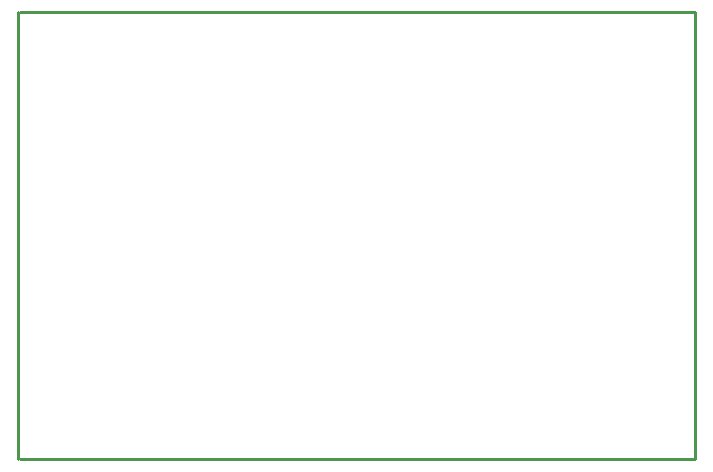
<source format=gko>
%FSLAX42Y42*%
%MOMM*%
G71*
G01*
G75*
G04 Layer_Color=16711935*
%ADD10R,1.30X1.55*%
%ADD11R,1.40X1.20*%
%ADD12R,1.30X1.00*%
%ADD13R,2.20X0.95*%
%ADD14R,1.10X1.25*%
%ADD15C,0.30*%
%ADD16C,0.25*%
%ADD17C,1.75*%
%ADD18C,2.00*%
%ADD19R,2.00X2.00*%
%ADD20C,4.20*%
%ADD21C,3.10*%
%ADD22C,1.37*%
%ADD23C,0.86*%
%ADD24R,1.35X1.35*%
%ADD25C,1.35*%
%ADD26C,2.79*%
%ADD27R,1.50X1.50*%
%ADD28C,1.50*%
%ADD29C,0.76*%
%ADD30C,1.27*%
%ADD31C,0.64*%
%ADD32R,1.10X1.40*%
%ADD33R,1.20X1.40*%
%ADD34R,0.80X0.90*%
%ADD35R,1.00X1.30*%
%ADD36R,2.39X0.51*%
%ADD37R,2.49X2.01*%
%ADD38R,1.40X1.10*%
%ADD39O,1.60X0.55*%
%ADD40O,0.55X1.60*%
%ADD41C,1.27*%
%ADD42C,0.38*%
%ADD43C,0.51*%
%ADD44C,0.20*%
%ADD45C,0.13*%
%ADD46C,0.15*%
%ADD47C,0.15*%
%ADD48R,1.50X1.75*%
%ADD49R,1.60X1.40*%
%ADD50R,1.50X1.20*%
%ADD51R,2.40X1.15*%
%ADD52R,1.30X1.45*%
%ADD53C,1.95*%
%ADD54C,2.20*%
%ADD55R,2.20X2.20*%
%ADD56C,4.40*%
%ADD57C,3.30*%
%ADD58C,1.57*%
%ADD59C,1.07*%
%ADD60R,1.55X1.55*%
%ADD61C,1.55*%
%ADD62C,3.00*%
%ADD63R,1.70X1.70*%
%ADD64C,1.70*%
%ADD65C,0.97*%
%ADD66C,1.47*%
%ADD67R,1.30X1.60*%
%ADD68R,1.40X1.60*%
%ADD69R,1.00X1.10*%
%ADD70R,1.20X1.50*%
%ADD71R,2.59X0.71*%
%ADD72R,2.69X2.21*%
%ADD73R,1.60X1.30*%
%ADD74O,1.80X0.75*%
%ADD75O,0.75X1.80*%
%ADD76C,0.20*%
%ADD77C,0.60*%
%ADD78C,0.25*%
D16*
X10185Y6998D02*
Y10782D01*
X4470Y6998D02*
X10185D01*
X4458D02*
Y10782D01*
X4470D02*
X10185D01*
M02*

</source>
